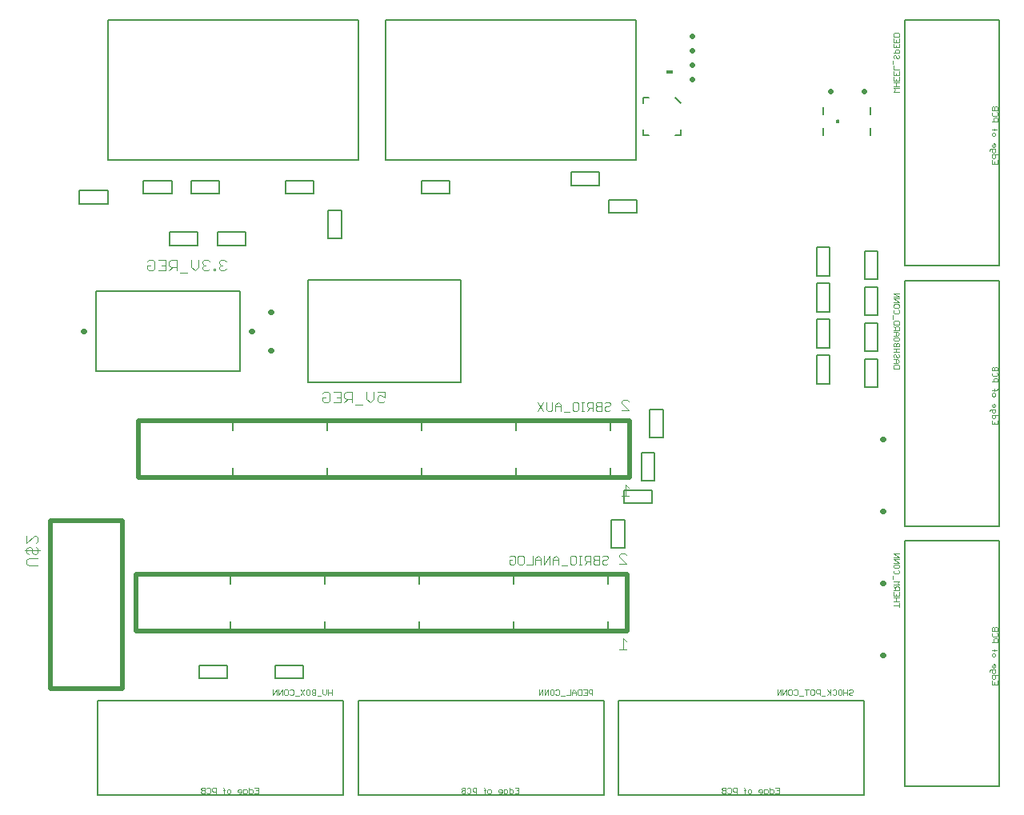
<source format=gbo>
G75*
%MOIN*%
%OFA0B0*%
%FSLAX24Y24*%
%IPPOS*%
%LPD*%
%AMOC8*
5,1,8,0,0,1.08239X$1,22.5*
%
%ADD10C,0.0197*%
%ADD11C,0.0030*%
%ADD12C,0.0040*%
%ADD13C,0.0050*%
%ADD14C,0.0020*%
%ADD15C,0.0220*%
%ADD16C,0.0080*%
%ADD17C,0.0070*%
%ADD18R,0.0300X0.0180*%
D10*
X001267Y004672D02*
X001267Y011672D01*
X004267Y011672D01*
X004267Y004672D01*
X001267Y004672D01*
X004832Y007085D02*
X008769Y007085D01*
X012706Y007085D01*
X016643Y007085D01*
X020580Y007085D01*
X024517Y007085D01*
X025304Y007085D01*
X025304Y009447D01*
X024517Y009447D01*
X020580Y009447D01*
X016643Y009447D01*
X012706Y009447D01*
X008769Y009447D01*
X004832Y009447D01*
X004832Y007085D01*
X004932Y013485D02*
X008869Y013485D01*
X012806Y013485D01*
X016743Y013485D01*
X020680Y013485D01*
X024617Y013485D01*
X025404Y013485D01*
X025404Y015847D01*
X024617Y015847D01*
X020680Y015847D01*
X016743Y015847D01*
X012806Y015847D01*
X008869Y015847D01*
X004932Y015847D01*
X004932Y013485D01*
D11*
X020392Y010159D02*
X020453Y010220D01*
X020574Y010220D01*
X020635Y010159D01*
X020635Y009916D01*
X020574Y009856D01*
X020453Y009856D01*
X020392Y009916D01*
X020392Y010038D01*
X020514Y010038D01*
X020755Y010159D02*
X020815Y010220D01*
X020937Y010220D01*
X020997Y010159D01*
X020997Y009916D01*
X020937Y009856D01*
X020815Y009856D01*
X020755Y009916D01*
X020755Y010159D01*
X021117Y009856D02*
X021360Y009856D01*
X021360Y010220D01*
X021480Y010098D02*
X021601Y010220D01*
X021722Y010098D01*
X021722Y009856D01*
X021842Y009856D02*
X021842Y010220D01*
X021722Y010038D02*
X021480Y010038D01*
X021480Y010098D02*
X021480Y009856D01*
X021842Y009856D02*
X022085Y010220D01*
X022085Y009856D01*
X022205Y009856D02*
X022205Y010098D01*
X022326Y010220D01*
X022447Y010098D01*
X022447Y009856D01*
X022567Y009795D02*
X022810Y009795D01*
X022930Y009916D02*
X022930Y010159D01*
X022990Y010220D01*
X023112Y010220D01*
X023172Y010159D01*
X023172Y009916D01*
X023112Y009856D01*
X022990Y009856D01*
X022930Y009916D01*
X023293Y009856D02*
X023414Y009856D01*
X023353Y009856D02*
X023353Y010220D01*
X023293Y010220D02*
X023414Y010220D01*
X023534Y010159D02*
X023595Y010220D01*
X023777Y010220D01*
X023777Y009856D01*
X023777Y009977D02*
X023595Y009977D01*
X023534Y010038D01*
X023534Y010159D01*
X023655Y009977D02*
X023534Y009856D01*
X023896Y009916D02*
X023957Y009856D01*
X024139Y009856D01*
X024139Y010220D01*
X023957Y010220D01*
X023896Y010159D01*
X023896Y010098D01*
X023957Y010038D01*
X024139Y010038D01*
X024259Y009977D02*
X024259Y009916D01*
X024320Y009856D01*
X024441Y009856D01*
X024502Y009916D01*
X024441Y010038D02*
X024320Y010038D01*
X024259Y009977D01*
X024259Y010159D02*
X024320Y010220D01*
X024441Y010220D01*
X024502Y010159D01*
X024502Y010098D01*
X024441Y010038D01*
X023957Y010038D02*
X023896Y009977D01*
X023896Y009916D01*
X022447Y010038D02*
X022205Y010038D01*
X022667Y016195D02*
X022910Y016195D01*
X023030Y016316D02*
X023030Y016559D01*
X023090Y016620D01*
X023212Y016620D01*
X023272Y016559D01*
X023272Y016316D01*
X023212Y016256D01*
X023090Y016256D01*
X023030Y016316D01*
X023393Y016256D02*
X023514Y016256D01*
X023453Y016256D02*
X023453Y016620D01*
X023393Y016620D02*
X023514Y016620D01*
X023634Y016559D02*
X023634Y016438D01*
X023695Y016377D01*
X023877Y016377D01*
X023996Y016377D02*
X023996Y016316D01*
X024057Y016256D01*
X024239Y016256D01*
X024239Y016620D01*
X024057Y016620D01*
X023996Y016559D01*
X023996Y016498D01*
X024057Y016438D01*
X024239Y016438D01*
X024359Y016377D02*
X024420Y016438D01*
X024541Y016438D01*
X024602Y016498D01*
X024602Y016559D01*
X024541Y016620D01*
X024420Y016620D01*
X024359Y016559D01*
X024359Y016377D02*
X024359Y016316D01*
X024420Y016256D01*
X024541Y016256D01*
X024602Y016316D01*
X024057Y016438D02*
X023996Y016377D01*
X023877Y016256D02*
X023877Y016620D01*
X023695Y016620D01*
X023634Y016559D01*
X023755Y016377D02*
X023634Y016256D01*
X022547Y016256D02*
X022547Y016498D01*
X022426Y016620D01*
X022305Y016498D01*
X022305Y016256D01*
X022185Y016316D02*
X022124Y016256D01*
X022003Y016256D01*
X021942Y016316D01*
X021942Y016620D01*
X021822Y016620D02*
X021580Y016256D01*
X021822Y016256D02*
X021580Y016620D01*
X022185Y016620D02*
X022185Y016316D01*
X022305Y016438D02*
X022547Y016438D01*
D12*
X025077Y016567D02*
X025384Y016261D01*
X025077Y016261D01*
X025077Y016567D02*
X025077Y016644D01*
X025154Y016721D01*
X025307Y016721D01*
X025384Y016644D01*
X025231Y013178D02*
X025231Y012717D01*
X025384Y012717D02*
X025077Y012717D01*
X025384Y013024D02*
X025231Y013178D01*
X025207Y010321D02*
X025284Y010244D01*
X025207Y010321D02*
X025054Y010321D01*
X024977Y010244D01*
X024977Y010167D01*
X025284Y009861D01*
X024977Y009861D01*
X025131Y006778D02*
X025131Y006317D01*
X025284Y006317D02*
X024977Y006317D01*
X025284Y006624D02*
X025131Y006778D01*
X015209Y016669D02*
X015132Y016592D01*
X014979Y016592D01*
X014902Y016669D01*
X014902Y016822D01*
X014979Y016899D01*
X015056Y016899D01*
X015209Y016822D01*
X015209Y017052D01*
X014902Y017052D01*
X014749Y017052D02*
X014749Y016746D01*
X014595Y016592D01*
X014442Y016746D01*
X014442Y017052D01*
X014288Y016515D02*
X013981Y016515D01*
X013828Y016592D02*
X013828Y017052D01*
X013598Y017052D01*
X013521Y016976D01*
X013521Y016822D01*
X013598Y016746D01*
X013828Y016746D01*
X013674Y016746D02*
X013521Y016592D01*
X013367Y016592D02*
X013061Y016592D01*
X012907Y016669D02*
X012830Y016592D01*
X012677Y016592D01*
X012600Y016669D01*
X012600Y016822D01*
X012754Y016822D01*
X012907Y016669D02*
X012907Y016976D01*
X012830Y017052D01*
X012677Y017052D01*
X012600Y016976D01*
X013061Y017052D02*
X013367Y017052D01*
X013367Y016592D01*
X013367Y016822D02*
X013214Y016822D01*
X008523Y022092D02*
X008600Y022169D01*
X008523Y022092D02*
X008369Y022092D01*
X008293Y022169D01*
X008293Y022246D01*
X008369Y022322D01*
X008446Y022322D01*
X008369Y022322D02*
X008293Y022399D01*
X008293Y022476D01*
X008369Y022552D01*
X008523Y022552D01*
X008600Y022476D01*
X008139Y022169D02*
X008062Y022169D01*
X008062Y022092D01*
X008139Y022092D01*
X008139Y022169D01*
X007909Y022169D02*
X007832Y022092D01*
X007679Y022092D01*
X007602Y022169D01*
X007602Y022246D01*
X007679Y022322D01*
X007756Y022322D01*
X007679Y022322D02*
X007602Y022399D01*
X007602Y022476D01*
X007679Y022552D01*
X007832Y022552D01*
X007909Y022476D01*
X007449Y022552D02*
X007449Y022246D01*
X007295Y022092D01*
X007142Y022246D01*
X007142Y022552D01*
X006988Y022015D02*
X006681Y022015D01*
X006528Y022092D02*
X006528Y022552D01*
X006298Y022552D01*
X006221Y022476D01*
X006221Y022322D01*
X006298Y022246D01*
X006528Y022246D01*
X006374Y022246D02*
X006221Y022092D01*
X006067Y022092D02*
X006067Y022552D01*
X005761Y022552D01*
X005607Y022476D02*
X005607Y022169D01*
X005530Y022092D01*
X005377Y022092D01*
X005300Y022169D01*
X005300Y022322D01*
X005454Y022322D01*
X005607Y022476D02*
X005530Y022552D01*
X005377Y022552D01*
X005300Y022476D01*
X005761Y022092D02*
X006067Y022092D01*
X006067Y022322D02*
X005914Y022322D01*
X000670Y011039D02*
X000747Y010962D01*
X000747Y010808D01*
X000670Y010732D01*
X000670Y010578D02*
X000747Y010501D01*
X000747Y010348D01*
X000670Y010271D01*
X000594Y010271D01*
X000517Y010348D01*
X000517Y010501D01*
X000440Y010578D01*
X000363Y010578D01*
X000287Y010501D01*
X000287Y010348D01*
X000363Y010271D01*
X000363Y010118D02*
X000747Y010118D01*
X000747Y009811D02*
X000363Y009811D01*
X000287Y009888D01*
X000287Y010041D01*
X000363Y010118D01*
X000210Y010425D02*
X000824Y010425D01*
X000287Y010732D02*
X000287Y011039D01*
X000287Y010732D02*
X000594Y011039D01*
X000670Y011039D01*
D13*
X003249Y004178D02*
X003249Y000241D01*
X013485Y000241D01*
X013485Y004178D01*
X003249Y004178D01*
X007476Y005096D02*
X008657Y005096D01*
X008657Y005648D01*
X007476Y005648D01*
X007476Y005096D01*
X008769Y007085D02*
X008769Y007478D01*
X008769Y009053D02*
X008769Y009447D01*
X012706Y009447D02*
X012706Y009053D01*
X012706Y007478D02*
X012706Y007085D01*
X011807Y005648D02*
X011807Y005096D01*
X010626Y005096D01*
X010626Y005648D01*
X011807Y005648D01*
X014099Y004178D02*
X014099Y000241D01*
X024335Y000241D01*
X024335Y004178D01*
X014099Y004178D01*
X016643Y007085D02*
X016643Y007478D01*
X016643Y009053D02*
X016643Y009447D01*
X020580Y009447D02*
X020580Y009053D01*
X020580Y007478D02*
X020580Y007085D01*
X024517Y007085D02*
X024517Y007478D01*
X024517Y009053D02*
X024517Y009447D01*
X024641Y010531D02*
X024641Y011713D01*
X025192Y011713D01*
X025192Y010531D01*
X024641Y010531D01*
X025176Y012396D02*
X025176Y012948D01*
X026357Y012948D01*
X026357Y012396D01*
X025176Y012396D01*
X025891Y013331D02*
X025891Y014513D01*
X026442Y014513D01*
X026442Y013331D01*
X025891Y013331D01*
X024617Y013485D02*
X024617Y013878D01*
X026241Y015131D02*
X026241Y016313D01*
X026792Y016313D01*
X026792Y015131D01*
X026241Y015131D01*
X024617Y015453D02*
X024617Y015847D01*
X020680Y015847D02*
X020680Y015453D01*
X020680Y013878D02*
X020680Y013485D01*
X016743Y013485D02*
X016743Y013878D01*
X016743Y015453D02*
X016743Y015847D01*
X018376Y017446D02*
X018376Y021698D01*
X011998Y021698D01*
X011998Y017446D01*
X018376Y017446D01*
X012806Y015847D02*
X012806Y015453D01*
X012806Y013878D02*
X012806Y013485D01*
X008869Y013485D02*
X008869Y013878D01*
X008869Y015453D02*
X008869Y015847D01*
X009167Y017899D02*
X009167Y021245D01*
X003167Y021245D01*
X003167Y017899D01*
X009167Y017899D01*
X009407Y023146D02*
X008226Y023146D01*
X008226Y023698D01*
X009407Y023698D01*
X009407Y023146D01*
X007407Y023146D02*
X006226Y023146D01*
X006226Y023698D01*
X007407Y023698D01*
X007407Y023146D01*
X007126Y025296D02*
X007126Y025848D01*
X008307Y025848D01*
X008307Y025296D01*
X007126Y025296D01*
X006327Y025296D02*
X005146Y025296D01*
X005146Y025848D01*
X006327Y025848D01*
X006327Y025296D01*
X003670Y025435D02*
X003670Y024884D01*
X002489Y024884D01*
X002489Y025435D01*
X003670Y025435D01*
X003684Y026704D02*
X014117Y026704D01*
X014117Y032531D01*
X003684Y032531D01*
X003684Y026704D01*
X011076Y025848D02*
X011076Y025296D01*
X012257Y025296D01*
X012257Y025848D01*
X011076Y025848D01*
X012841Y024613D02*
X012841Y023431D01*
X013392Y023431D01*
X013392Y024613D01*
X012841Y024613D01*
X015234Y026704D02*
X025667Y026704D01*
X025667Y032531D01*
X015234Y032531D01*
X015234Y026704D01*
X016726Y025848D02*
X017907Y025848D01*
X017907Y025296D01*
X016726Y025296D01*
X016726Y025848D01*
X022976Y025646D02*
X022976Y026198D01*
X024157Y026198D01*
X024157Y025646D01*
X022976Y025646D01*
X024526Y025048D02*
X024526Y024496D01*
X025707Y024496D01*
X025707Y025048D01*
X024526Y025048D01*
X033191Y023063D02*
X033191Y021881D01*
X033742Y021881D01*
X033742Y023063D01*
X033191Y023063D01*
X033191Y021563D02*
X033742Y021563D01*
X033742Y020381D01*
X033191Y020381D01*
X033191Y021563D01*
X033191Y020063D02*
X033742Y020063D01*
X033742Y018881D01*
X033191Y018881D01*
X033191Y020063D01*
X033191Y018563D02*
X033742Y018563D01*
X033742Y017381D01*
X033191Y017381D01*
X033191Y018563D01*
X035191Y018413D02*
X035191Y017231D01*
X035742Y017231D01*
X035742Y018413D01*
X035191Y018413D01*
X035191Y018731D02*
X035191Y019913D01*
X035742Y019913D01*
X035742Y018731D01*
X035191Y018731D01*
X035191Y020231D02*
X035191Y021413D01*
X035742Y021413D01*
X035742Y020231D01*
X035191Y020231D01*
X035191Y021731D02*
X035191Y022913D01*
X035742Y022913D01*
X035742Y021731D01*
X035191Y021731D01*
X036861Y021690D02*
X036861Y011454D01*
X040798Y011454D01*
X040798Y021690D01*
X036861Y021690D01*
X036861Y022304D02*
X040798Y022304D01*
X040798Y032540D01*
X036861Y032540D01*
X036861Y022304D01*
X036861Y010840D02*
X036861Y000604D01*
X040798Y000604D01*
X040798Y010840D01*
X036861Y010840D01*
X035185Y004178D02*
X024949Y004178D01*
X024949Y000241D01*
X035185Y000241D01*
X035185Y004178D01*
D14*
X034706Y004439D02*
X034668Y004401D01*
X034591Y004401D01*
X034553Y004439D01*
X034553Y004477D01*
X034591Y004516D01*
X034668Y004516D01*
X034706Y004554D01*
X034706Y004592D01*
X034668Y004631D01*
X034591Y004631D01*
X034553Y004592D01*
X034476Y004631D02*
X034476Y004401D01*
X034476Y004516D02*
X034323Y004516D01*
X034246Y004592D02*
X034246Y004439D01*
X034208Y004401D01*
X034131Y004401D01*
X034092Y004439D01*
X034092Y004592D01*
X034131Y004631D01*
X034208Y004631D01*
X034246Y004592D01*
X034323Y004631D02*
X034323Y004401D01*
X034016Y004439D02*
X034016Y004592D01*
X033977Y004631D01*
X033901Y004631D01*
X033862Y004592D01*
X033785Y004631D02*
X033785Y004401D01*
X033785Y004477D02*
X033632Y004631D01*
X033747Y004516D02*
X033632Y004401D01*
X033555Y004362D02*
X033402Y004362D01*
X033325Y004401D02*
X033325Y004631D01*
X033210Y004631D01*
X033172Y004592D01*
X033172Y004516D01*
X033210Y004477D01*
X033325Y004477D01*
X033095Y004439D02*
X033095Y004592D01*
X033057Y004631D01*
X032980Y004631D01*
X032941Y004592D01*
X032941Y004439D01*
X032980Y004401D01*
X033057Y004401D01*
X033095Y004439D01*
X032865Y004631D02*
X032711Y004631D01*
X032788Y004631D02*
X032788Y004401D01*
X032635Y004362D02*
X032481Y004362D01*
X032404Y004439D02*
X032404Y004592D01*
X032366Y004631D01*
X032289Y004631D01*
X032251Y004592D01*
X032174Y004592D02*
X032174Y004439D01*
X032136Y004401D01*
X032059Y004401D01*
X032021Y004439D01*
X032021Y004592D01*
X032059Y004631D01*
X032136Y004631D01*
X032174Y004592D01*
X032251Y004439D02*
X032289Y004401D01*
X032366Y004401D01*
X032404Y004439D01*
X031944Y004401D02*
X031944Y004631D01*
X031790Y004401D01*
X031790Y004631D01*
X031714Y004631D02*
X031560Y004401D01*
X031560Y004631D01*
X031714Y004631D02*
X031714Y004401D01*
X033862Y004439D02*
X033901Y004401D01*
X033977Y004401D01*
X034016Y004439D01*
X036408Y008156D02*
X036638Y008156D01*
X036638Y008080D02*
X036638Y008233D01*
X036638Y008310D02*
X036408Y008310D01*
X036523Y008310D02*
X036523Y008463D01*
X036523Y008540D02*
X036523Y008617D01*
X036408Y008540D02*
X036408Y008694D01*
X036408Y008770D02*
X036638Y008770D01*
X036638Y008885D01*
X036600Y008924D01*
X036523Y008924D01*
X036485Y008885D01*
X036485Y008770D01*
X036485Y008847D02*
X036408Y008924D01*
X036408Y009000D02*
X036638Y009000D01*
X036562Y009077D01*
X036638Y009154D01*
X036408Y009154D01*
X036370Y009231D02*
X036370Y009384D01*
X036447Y009461D02*
X036408Y009499D01*
X036408Y009576D01*
X036447Y009614D01*
X036447Y009691D02*
X036408Y009729D01*
X036408Y009806D01*
X036447Y009845D01*
X036600Y009845D01*
X036638Y009806D01*
X036638Y009729D01*
X036600Y009691D01*
X036447Y009691D01*
X036600Y009614D02*
X036638Y009576D01*
X036638Y009499D01*
X036600Y009461D01*
X036447Y009461D01*
X036408Y009921D02*
X036638Y009921D01*
X036408Y010075D01*
X036638Y010075D01*
X036638Y010151D02*
X036408Y010305D01*
X036638Y010305D01*
X036638Y010151D02*
X036408Y010151D01*
X036638Y008694D02*
X036638Y008540D01*
X036408Y008540D01*
X036408Y008463D02*
X036638Y008463D01*
X040499Y007192D02*
X040499Y007077D01*
X040729Y007077D01*
X040729Y007192D01*
X040691Y007230D01*
X040652Y007230D01*
X040614Y007192D01*
X040614Y007077D01*
X040691Y007000D02*
X040729Y006962D01*
X040729Y006885D01*
X040691Y006846D01*
X040537Y006846D01*
X040499Y006885D01*
X040499Y006962D01*
X040537Y007000D01*
X040499Y007192D02*
X040537Y007230D01*
X040575Y007230D01*
X040614Y007192D01*
X040614Y006770D02*
X040575Y006731D01*
X040575Y006616D01*
X040499Y006616D02*
X040729Y006616D01*
X040729Y006731D01*
X040691Y006770D01*
X040614Y006770D01*
X040614Y006309D02*
X040614Y006233D01*
X040614Y006156D02*
X040652Y006117D01*
X040652Y006041D01*
X040614Y006002D01*
X040537Y006002D01*
X040499Y006041D01*
X040499Y006117D01*
X040537Y006156D01*
X040614Y006156D01*
X040691Y006271D02*
X040499Y006271D01*
X040691Y006271D02*
X040729Y006309D01*
X040614Y005695D02*
X040575Y005695D01*
X040575Y005542D01*
X040537Y005542D02*
X040614Y005542D01*
X040652Y005580D01*
X040652Y005657D01*
X040614Y005695D01*
X040499Y005657D02*
X040499Y005580D01*
X040537Y005542D01*
X040499Y005465D02*
X040499Y005350D01*
X040537Y005312D01*
X040614Y005312D01*
X040652Y005350D01*
X040652Y005465D01*
X040460Y005465D01*
X040422Y005427D01*
X040422Y005389D01*
X040499Y005235D02*
X040499Y005120D01*
X040537Y005082D01*
X040614Y005082D01*
X040652Y005120D01*
X040652Y005235D01*
X040729Y005235D02*
X040499Y005235D01*
X040499Y005005D02*
X040499Y004851D01*
X040729Y004851D01*
X040729Y005005D01*
X040614Y004928D02*
X040614Y004851D01*
X031631Y000540D02*
X031631Y000310D01*
X031478Y000310D01*
X031401Y000348D02*
X031363Y000310D01*
X031248Y000310D01*
X031248Y000540D01*
X031248Y000463D02*
X031363Y000463D01*
X031401Y000425D01*
X031401Y000348D01*
X031555Y000425D02*
X031631Y000425D01*
X031631Y000540D02*
X031478Y000540D01*
X031171Y000425D02*
X031171Y000348D01*
X031133Y000310D01*
X031018Y000310D01*
X031018Y000272D02*
X031018Y000463D01*
X031133Y000463D01*
X031171Y000425D01*
X031094Y000233D02*
X031056Y000233D01*
X031018Y000272D01*
X030941Y000348D02*
X030903Y000310D01*
X030826Y000310D01*
X030787Y000387D02*
X030941Y000387D01*
X030941Y000425D02*
X030903Y000463D01*
X030826Y000463D01*
X030787Y000425D01*
X030787Y000387D01*
X030941Y000348D02*
X030941Y000425D01*
X030480Y000425D02*
X030480Y000348D01*
X030442Y000310D01*
X030365Y000310D01*
X030327Y000348D01*
X030327Y000425D01*
X030365Y000463D01*
X030442Y000463D01*
X030480Y000425D01*
X030250Y000425D02*
X030174Y000425D01*
X030212Y000502D02*
X030174Y000540D01*
X030212Y000502D02*
X030212Y000310D01*
X029867Y000310D02*
X029867Y000540D01*
X029752Y000540D01*
X029713Y000502D01*
X029713Y000425D01*
X029752Y000387D01*
X029867Y000387D01*
X029636Y000348D02*
X029598Y000310D01*
X029521Y000310D01*
X029483Y000348D01*
X029406Y000310D02*
X029406Y000540D01*
X029291Y000540D01*
X029253Y000502D01*
X029253Y000463D01*
X029291Y000425D01*
X029406Y000425D01*
X029483Y000502D02*
X029521Y000540D01*
X029598Y000540D01*
X029636Y000502D01*
X029636Y000348D01*
X029406Y000310D02*
X029291Y000310D01*
X029253Y000348D01*
X029253Y000387D01*
X029291Y000425D01*
X023856Y004401D02*
X023856Y004631D01*
X023741Y004631D01*
X023703Y004592D01*
X023703Y004516D01*
X023741Y004477D01*
X023856Y004477D01*
X023626Y004516D02*
X023549Y004516D01*
X023473Y004631D02*
X023626Y004631D01*
X023626Y004401D01*
X023473Y004401D01*
X023396Y004401D02*
X023281Y004401D01*
X023242Y004439D01*
X023242Y004592D01*
X023281Y004631D01*
X023396Y004631D01*
X023396Y004401D01*
X023166Y004401D02*
X023166Y004554D01*
X023089Y004631D01*
X023012Y004554D01*
X023012Y004401D01*
X022935Y004401D02*
X022935Y004631D01*
X023012Y004516D02*
X023166Y004516D01*
X022935Y004401D02*
X022782Y004401D01*
X022705Y004362D02*
X022552Y004362D01*
X022475Y004439D02*
X022437Y004401D01*
X022360Y004401D01*
X022322Y004439D01*
X022245Y004439D02*
X022207Y004401D01*
X022130Y004401D01*
X022091Y004439D01*
X022091Y004592D01*
X022130Y004631D01*
X022207Y004631D01*
X022245Y004592D01*
X022245Y004439D01*
X022322Y004592D02*
X022360Y004631D01*
X022437Y004631D01*
X022475Y004592D01*
X022475Y004439D01*
X022015Y004401D02*
X022015Y004631D01*
X021861Y004401D01*
X021861Y004631D01*
X021785Y004631D02*
X021631Y004401D01*
X021631Y004631D01*
X021785Y004631D02*
X021785Y004401D01*
X020781Y000540D02*
X020781Y000310D01*
X020628Y000310D01*
X020551Y000348D02*
X020513Y000310D01*
X020398Y000310D01*
X020398Y000540D01*
X020398Y000463D02*
X020513Y000463D01*
X020551Y000425D01*
X020551Y000348D01*
X020705Y000425D02*
X020781Y000425D01*
X020781Y000540D02*
X020628Y000540D01*
X020321Y000425D02*
X020321Y000348D01*
X020283Y000310D01*
X020168Y000310D01*
X020168Y000272D02*
X020168Y000463D01*
X020283Y000463D01*
X020321Y000425D01*
X020244Y000233D02*
X020206Y000233D01*
X020168Y000272D01*
X020091Y000348D02*
X020053Y000310D01*
X019976Y000310D01*
X019937Y000387D02*
X020091Y000387D01*
X020091Y000425D02*
X020053Y000463D01*
X019976Y000463D01*
X019937Y000425D01*
X019937Y000387D01*
X020091Y000348D02*
X020091Y000425D01*
X019630Y000425D02*
X019630Y000348D01*
X019592Y000310D01*
X019515Y000310D01*
X019477Y000348D01*
X019477Y000425D01*
X019515Y000463D01*
X019592Y000463D01*
X019630Y000425D01*
X019400Y000425D02*
X019324Y000425D01*
X019362Y000502D02*
X019324Y000540D01*
X019362Y000502D02*
X019362Y000310D01*
X019017Y000310D02*
X019017Y000540D01*
X018902Y000540D01*
X018863Y000502D01*
X018863Y000425D01*
X018902Y000387D01*
X019017Y000387D01*
X018786Y000348D02*
X018748Y000310D01*
X018671Y000310D01*
X018633Y000348D01*
X018556Y000310D02*
X018556Y000540D01*
X018441Y000540D01*
X018403Y000502D01*
X018403Y000463D01*
X018441Y000425D01*
X018556Y000425D01*
X018633Y000502D02*
X018671Y000540D01*
X018748Y000540D01*
X018786Y000502D01*
X018786Y000348D01*
X018556Y000310D02*
X018441Y000310D01*
X018403Y000348D01*
X018403Y000387D01*
X018441Y000425D01*
X013006Y004401D02*
X013006Y004631D01*
X013006Y004516D02*
X012853Y004516D01*
X012776Y004477D02*
X012699Y004401D01*
X012623Y004477D01*
X012623Y004631D01*
X012776Y004631D02*
X012776Y004477D01*
X012853Y004401D02*
X012853Y004631D01*
X012546Y004362D02*
X012392Y004362D01*
X012316Y004401D02*
X012201Y004401D01*
X012162Y004439D01*
X012162Y004477D01*
X012201Y004516D01*
X012316Y004516D01*
X012316Y004401D02*
X012316Y004631D01*
X012201Y004631D01*
X012162Y004592D01*
X012162Y004554D01*
X012201Y004516D01*
X012085Y004592D02*
X012085Y004439D01*
X012047Y004401D01*
X011970Y004401D01*
X011932Y004439D01*
X011932Y004592D01*
X011970Y004631D01*
X012047Y004631D01*
X012085Y004592D01*
X011855Y004631D02*
X011702Y004401D01*
X011625Y004362D02*
X011472Y004362D01*
X011395Y004439D02*
X011357Y004401D01*
X011280Y004401D01*
X011241Y004439D01*
X011165Y004439D02*
X011126Y004401D01*
X011050Y004401D01*
X011011Y004439D01*
X011011Y004592D01*
X011050Y004631D01*
X011126Y004631D01*
X011165Y004592D01*
X011165Y004439D01*
X011241Y004592D02*
X011280Y004631D01*
X011357Y004631D01*
X011395Y004592D01*
X011395Y004439D01*
X011702Y004631D02*
X011855Y004401D01*
X010935Y004401D02*
X010935Y004631D01*
X010781Y004401D01*
X010781Y004631D01*
X010704Y004631D02*
X010551Y004401D01*
X010551Y004631D01*
X010704Y004631D02*
X010704Y004401D01*
X009931Y000540D02*
X009778Y000540D01*
X009701Y000425D02*
X009663Y000463D01*
X009548Y000463D01*
X009548Y000540D02*
X009548Y000310D01*
X009663Y000310D01*
X009701Y000348D01*
X009701Y000425D01*
X009778Y000310D02*
X009931Y000310D01*
X009931Y000540D01*
X009931Y000425D02*
X009855Y000425D01*
X009471Y000425D02*
X009471Y000348D01*
X009433Y000310D01*
X009318Y000310D01*
X009318Y000272D02*
X009318Y000463D01*
X009433Y000463D01*
X009471Y000425D01*
X009394Y000233D02*
X009356Y000233D01*
X009318Y000272D01*
X009241Y000348D02*
X009203Y000310D01*
X009126Y000310D01*
X009087Y000387D02*
X009241Y000387D01*
X009241Y000425D02*
X009203Y000463D01*
X009126Y000463D01*
X009087Y000425D01*
X009087Y000387D01*
X009241Y000348D02*
X009241Y000425D01*
X008780Y000425D02*
X008780Y000348D01*
X008742Y000310D01*
X008665Y000310D01*
X008627Y000348D01*
X008627Y000425D01*
X008665Y000463D01*
X008742Y000463D01*
X008780Y000425D01*
X008550Y000425D02*
X008474Y000425D01*
X008512Y000502D02*
X008474Y000540D01*
X008512Y000502D02*
X008512Y000310D01*
X008167Y000310D02*
X008167Y000540D01*
X008052Y000540D01*
X008013Y000502D01*
X008013Y000425D01*
X008052Y000387D01*
X008167Y000387D01*
X007936Y000348D02*
X007898Y000310D01*
X007821Y000310D01*
X007783Y000348D01*
X007706Y000310D02*
X007706Y000540D01*
X007591Y000540D01*
X007553Y000502D01*
X007553Y000463D01*
X007591Y000425D01*
X007706Y000425D01*
X007783Y000502D02*
X007821Y000540D01*
X007898Y000540D01*
X007936Y000502D01*
X007936Y000348D01*
X007706Y000310D02*
X007591Y000310D01*
X007553Y000348D01*
X007553Y000387D01*
X007591Y000425D01*
X036408Y018009D02*
X036408Y018124D01*
X036447Y018162D01*
X036600Y018162D01*
X036638Y018124D01*
X036638Y018009D01*
X036408Y018009D01*
X036408Y018239D02*
X036562Y018239D01*
X036638Y018316D01*
X036562Y018393D01*
X036408Y018393D01*
X036447Y018469D02*
X036408Y018508D01*
X036408Y018584D01*
X036447Y018623D01*
X036485Y018623D01*
X036523Y018584D01*
X036523Y018508D01*
X036562Y018469D01*
X036600Y018469D01*
X036638Y018508D01*
X036638Y018584D01*
X036600Y018623D01*
X036638Y018699D02*
X036408Y018699D01*
X036523Y018699D02*
X036523Y018853D01*
X036523Y018930D02*
X036523Y019045D01*
X036485Y019083D01*
X036447Y019083D01*
X036408Y019045D01*
X036408Y018930D01*
X036638Y018930D01*
X036638Y019045D01*
X036600Y019083D01*
X036562Y019083D01*
X036523Y019045D01*
X036447Y019160D02*
X036408Y019198D01*
X036408Y019275D01*
X036447Y019313D01*
X036600Y019313D01*
X036638Y019275D01*
X036638Y019198D01*
X036600Y019160D01*
X036447Y019160D01*
X036408Y019390D02*
X036562Y019390D01*
X036638Y019467D01*
X036562Y019544D01*
X036408Y019544D01*
X036408Y019620D02*
X036638Y019620D01*
X036638Y019735D01*
X036600Y019774D01*
X036523Y019774D01*
X036485Y019735D01*
X036485Y019620D01*
X036485Y019697D02*
X036408Y019774D01*
X036408Y019850D02*
X036408Y019966D01*
X036447Y020004D01*
X036600Y020004D01*
X036638Y019966D01*
X036638Y019850D01*
X036408Y019850D01*
X036370Y020081D02*
X036370Y020234D01*
X036447Y020311D02*
X036408Y020349D01*
X036408Y020426D01*
X036447Y020464D01*
X036447Y020541D02*
X036408Y020579D01*
X036408Y020656D01*
X036447Y020695D01*
X036600Y020695D01*
X036638Y020656D01*
X036638Y020579D01*
X036600Y020541D01*
X036447Y020541D01*
X036600Y020464D02*
X036638Y020426D01*
X036638Y020349D01*
X036600Y020311D01*
X036447Y020311D01*
X036408Y020771D02*
X036638Y020771D01*
X036408Y020925D01*
X036638Y020925D01*
X036638Y021001D02*
X036408Y021155D01*
X036638Y021155D01*
X036638Y021001D02*
X036408Y021001D01*
X036523Y019544D02*
X036523Y019390D01*
X036638Y018853D02*
X036408Y018853D01*
X036523Y018393D02*
X036523Y018239D01*
X040499Y018042D02*
X040499Y017927D01*
X040729Y017927D01*
X040729Y018042D01*
X040691Y018080D01*
X040652Y018080D01*
X040614Y018042D01*
X040614Y017927D01*
X040691Y017850D02*
X040729Y017812D01*
X040729Y017735D01*
X040691Y017696D01*
X040537Y017696D01*
X040499Y017735D01*
X040499Y017812D01*
X040537Y017850D01*
X040499Y018042D02*
X040537Y018080D01*
X040575Y018080D01*
X040614Y018042D01*
X040614Y017620D02*
X040575Y017581D01*
X040575Y017466D01*
X040499Y017466D02*
X040729Y017466D01*
X040729Y017581D01*
X040691Y017620D01*
X040614Y017620D01*
X040614Y017159D02*
X040614Y017083D01*
X040614Y017006D02*
X040652Y016967D01*
X040652Y016891D01*
X040614Y016852D01*
X040537Y016852D01*
X040499Y016891D01*
X040499Y016967D01*
X040537Y017006D01*
X040614Y017006D01*
X040691Y017121D02*
X040499Y017121D01*
X040691Y017121D02*
X040729Y017159D01*
X040614Y016545D02*
X040575Y016545D01*
X040575Y016392D01*
X040537Y016392D02*
X040614Y016392D01*
X040652Y016430D01*
X040652Y016507D01*
X040614Y016545D01*
X040499Y016507D02*
X040499Y016430D01*
X040537Y016392D01*
X040499Y016315D02*
X040499Y016200D01*
X040537Y016162D01*
X040614Y016162D01*
X040652Y016200D01*
X040652Y016315D01*
X040460Y016315D01*
X040422Y016277D01*
X040422Y016239D01*
X040499Y016085D02*
X040499Y015970D01*
X040537Y015932D01*
X040614Y015932D01*
X040652Y015970D01*
X040652Y016085D01*
X040729Y016085D02*
X040499Y016085D01*
X040499Y015855D02*
X040499Y015701D01*
X040729Y015701D01*
X040729Y015855D01*
X040614Y015778D02*
X040614Y015701D01*
X040614Y026551D02*
X040614Y026628D01*
X040729Y026551D02*
X040499Y026551D01*
X040499Y026705D01*
X040537Y026782D02*
X040614Y026782D01*
X040652Y026820D01*
X040652Y026935D01*
X040729Y026935D02*
X040499Y026935D01*
X040499Y026820D01*
X040537Y026782D01*
X040729Y026705D02*
X040729Y026551D01*
X040614Y027012D02*
X040537Y027012D01*
X040499Y027050D01*
X040499Y027165D01*
X040460Y027165D02*
X040652Y027165D01*
X040652Y027050D01*
X040614Y027012D01*
X040422Y027089D02*
X040422Y027127D01*
X040460Y027165D01*
X040537Y027242D02*
X040614Y027242D01*
X040652Y027280D01*
X040652Y027357D01*
X040614Y027395D01*
X040575Y027395D01*
X040575Y027242D01*
X040537Y027242D02*
X040499Y027280D01*
X040499Y027357D01*
X040537Y027702D02*
X040499Y027741D01*
X040499Y027817D01*
X040537Y027856D01*
X040614Y027856D01*
X040652Y027817D01*
X040652Y027741D01*
X040614Y027702D01*
X040537Y027702D01*
X040614Y027933D02*
X040614Y028009D01*
X040691Y027971D02*
X040499Y027971D01*
X040691Y027971D02*
X040729Y028009D01*
X040729Y028316D02*
X040499Y028316D01*
X040575Y028316D02*
X040575Y028431D01*
X040614Y028470D01*
X040691Y028470D01*
X040729Y028431D01*
X040729Y028316D01*
X040691Y028546D02*
X040537Y028546D01*
X040499Y028585D01*
X040499Y028662D01*
X040537Y028700D01*
X040499Y028777D02*
X040499Y028892D01*
X040537Y028930D01*
X040575Y028930D01*
X040614Y028892D01*
X040614Y028777D01*
X040691Y028700D02*
X040729Y028662D01*
X040729Y028585D01*
X040691Y028546D01*
X040729Y028777D02*
X040729Y028892D01*
X040691Y028930D01*
X040652Y028930D01*
X040614Y028892D01*
X040499Y028777D02*
X040729Y028777D01*
X036638Y029549D02*
X036408Y029549D01*
X036485Y029626D01*
X036408Y029703D01*
X036638Y029703D01*
X036638Y029780D02*
X036408Y029780D01*
X036523Y029780D02*
X036523Y029933D01*
X036523Y030010D02*
X036523Y030087D01*
X036408Y030163D02*
X036408Y030010D01*
X036638Y030010D01*
X036638Y030163D01*
X036638Y030240D02*
X036408Y030240D01*
X036408Y030394D01*
X036408Y030470D02*
X036408Y030624D01*
X036370Y030700D02*
X036370Y030854D01*
X036447Y030931D02*
X036408Y030969D01*
X036408Y031046D01*
X036447Y031084D01*
X036485Y031084D01*
X036523Y031046D01*
X036523Y030969D01*
X036562Y030931D01*
X036600Y030931D01*
X036638Y030969D01*
X036638Y031046D01*
X036600Y031084D01*
X036638Y031161D02*
X036408Y031161D01*
X036485Y031161D02*
X036485Y031276D01*
X036523Y031314D01*
X036600Y031314D01*
X036638Y031276D01*
X036638Y031161D01*
X036638Y031391D02*
X036408Y031391D01*
X036408Y031545D01*
X036408Y031621D02*
X036408Y031775D01*
X036408Y031851D02*
X036408Y031967D01*
X036447Y032005D01*
X036600Y032005D01*
X036638Y031967D01*
X036638Y031851D01*
X036408Y031851D01*
X036523Y031698D02*
X036523Y031621D01*
X036638Y031621D02*
X036408Y031621D01*
X036523Y031468D02*
X036523Y031391D01*
X036638Y031391D02*
X036638Y031545D01*
X036638Y031621D02*
X036638Y031775D01*
X036638Y030470D02*
X036408Y030470D01*
X036523Y030317D02*
X036523Y030240D01*
X036638Y030240D02*
X036638Y030394D01*
X036638Y029933D02*
X036408Y029933D01*
D15*
X035167Y029584D02*
X035167Y029560D01*
X033767Y029560D02*
X033767Y029584D01*
X028017Y030060D02*
X028017Y030084D01*
X028017Y030660D02*
X028017Y030684D01*
X028017Y031260D02*
X028017Y031284D01*
X028017Y031860D02*
X028017Y031884D01*
X010479Y020372D02*
X010455Y020372D01*
X009679Y019572D02*
X009655Y019572D01*
X010455Y018772D02*
X010479Y018772D01*
X002679Y019572D02*
X002655Y019572D01*
X035955Y015072D02*
X035979Y015072D01*
X035955Y012072D02*
X035979Y012072D01*
X035955Y009072D02*
X035979Y009072D01*
X035955Y006072D02*
X035979Y006072D01*
D16*
X035451Y027731D02*
X035451Y028046D01*
X035451Y028598D02*
X035451Y028913D01*
X034034Y028322D02*
X034036Y028334D01*
X034041Y028345D01*
X034050Y028354D01*
X034061Y028359D01*
X034073Y028361D01*
X034085Y028359D01*
X034096Y028354D01*
X034105Y028345D01*
X034110Y028334D01*
X034112Y028322D01*
X034110Y028310D01*
X034105Y028299D01*
X034096Y028290D01*
X034085Y028285D01*
X034073Y028283D01*
X034061Y028285D01*
X034050Y028290D01*
X034041Y028299D01*
X034036Y028310D01*
X034034Y028322D01*
X033482Y028046D02*
X033482Y027731D01*
X033482Y028598D02*
X033482Y028913D01*
D17*
X027554Y029073D02*
X027318Y029309D01*
X026215Y029309D02*
X025979Y029309D01*
X025979Y029073D01*
X025979Y027971D02*
X025979Y027735D01*
X026215Y027735D01*
X027318Y027735D02*
X027554Y027735D01*
X027554Y027971D01*
D18*
X027067Y030372D03*
M02*

</source>
